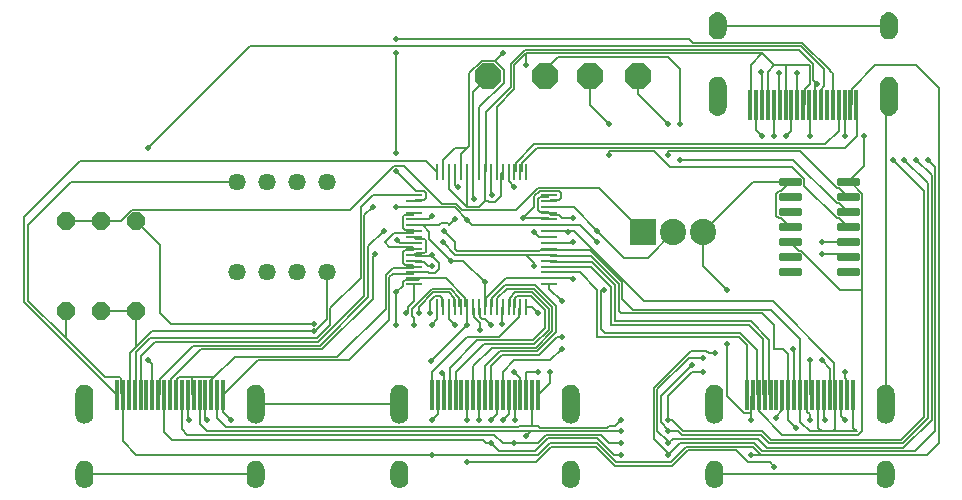
<source format=gbr>
G04 EAGLE Gerber RS-274X export*
G75*
%MOMM*%
%FSLAX34Y34*%
%LPD*%
%INTop Copper*%
%IPPOS*%
%AMOC8*
5,1,8,0,0,1.08239X$1,22.5*%
G01*
%ADD10P,2.336880X8X22.500000*%
%ADD11R,0.300000X2.600000*%
%ADD12C,1.620000*%
%ADD13R,1.473200X0.279400*%
%ADD14R,0.279400X1.473200*%
%ADD15C,1.463037*%
%ADD16C,0.300000*%
%ADD17R,2.232000X2.232000*%
%ADD18C,2.232000*%
%ADD19P,1.583577X8X112.500000*%
%ADD20P,1.583577X8X292.500000*%
%ADD21C,0.502400*%
%ADD22C,0.152400*%

G36*
X508468Y367395D02*
X508468Y367395D01*
X508472Y367399D01*
X508475Y367399D01*
X508477Y367397D01*
X509884Y367824D01*
X509889Y367830D01*
X509893Y367827D01*
X511190Y368521D01*
X511193Y368527D01*
X511198Y368526D01*
X512335Y369459D01*
X512336Y369466D01*
X512341Y369465D01*
X513274Y370602D01*
X513274Y370609D01*
X513279Y370610D01*
X513973Y371907D01*
X513972Y371913D01*
X513975Y371915D01*
X513976Y371916D01*
X514126Y372409D01*
X514141Y372458D01*
X514365Y373197D01*
X514403Y373323D01*
X514401Y373329D01*
X514405Y373332D01*
X514549Y374795D01*
X514547Y374798D01*
X514549Y374800D01*
X514549Y392800D01*
X514547Y392803D01*
X514549Y392805D01*
X514405Y394268D01*
X514400Y394273D01*
X514403Y394277D01*
X513976Y395684D01*
X513970Y395689D01*
X513973Y395693D01*
X513279Y396990D01*
X513273Y396993D01*
X513274Y396998D01*
X512341Y398135D01*
X512334Y398136D01*
X512335Y398141D01*
X511198Y399074D01*
X511191Y399074D01*
X511190Y399079D01*
X509893Y399773D01*
X509886Y399771D01*
X509884Y399776D01*
X508477Y400203D01*
X508471Y400201D01*
X508468Y400205D01*
X507005Y400349D01*
X507001Y400347D01*
X506997Y400347D01*
X506995Y400349D01*
X505532Y400205D01*
X505527Y400200D01*
X505523Y400203D01*
X504116Y399776D01*
X504111Y399770D01*
X504107Y399773D01*
X502810Y399079D01*
X502807Y399073D01*
X502802Y399074D01*
X501665Y398141D01*
X501664Y398134D01*
X501659Y398135D01*
X500726Y396998D01*
X500726Y396991D01*
X500721Y396990D01*
X500027Y395693D01*
X500029Y395686D01*
X500024Y395684D01*
X499933Y395386D01*
X499918Y395337D01*
X499694Y394598D01*
X499597Y394277D01*
X499600Y394271D01*
X499595Y394268D01*
X499451Y392805D01*
X499453Y392802D01*
X499451Y392800D01*
X499451Y374800D01*
X499453Y374797D01*
X499451Y374795D01*
X499595Y373332D01*
X499600Y373327D01*
X499597Y373323D01*
X500024Y371916D01*
X500030Y371911D01*
X500027Y371907D01*
X500721Y370610D01*
X500727Y370607D01*
X500726Y370602D01*
X501659Y369465D01*
X501666Y369464D01*
X501665Y369459D01*
X502802Y368526D01*
X502809Y368526D01*
X502810Y368521D01*
X504107Y367827D01*
X504114Y367829D01*
X504116Y367824D01*
X505523Y367397D01*
X505527Y367399D01*
X505530Y367399D01*
X505532Y367395D01*
X506995Y367251D01*
X507001Y367255D01*
X507005Y367251D01*
X508468Y367395D01*
G37*
G36*
X363468Y367395D02*
X363468Y367395D01*
X363472Y367399D01*
X363475Y367399D01*
X363477Y367397D01*
X364884Y367824D01*
X364889Y367830D01*
X364893Y367827D01*
X366190Y368521D01*
X366193Y368527D01*
X366198Y368526D01*
X367335Y369459D01*
X367336Y369466D01*
X367341Y369465D01*
X368274Y370602D01*
X368274Y370609D01*
X368279Y370610D01*
X368973Y371907D01*
X368972Y371913D01*
X368975Y371915D01*
X368976Y371916D01*
X369126Y372409D01*
X369141Y372458D01*
X369365Y373197D01*
X369403Y373323D01*
X369401Y373329D01*
X369405Y373332D01*
X369549Y374795D01*
X369547Y374798D01*
X369549Y374800D01*
X369549Y392800D01*
X369547Y392803D01*
X369549Y392805D01*
X369405Y394268D01*
X369400Y394273D01*
X369403Y394277D01*
X368976Y395684D01*
X368970Y395689D01*
X368973Y395693D01*
X368279Y396990D01*
X368273Y396993D01*
X368274Y396998D01*
X367341Y398135D01*
X367334Y398136D01*
X367335Y398141D01*
X366198Y399074D01*
X366191Y399074D01*
X366190Y399079D01*
X364893Y399773D01*
X364886Y399771D01*
X364884Y399776D01*
X363477Y400203D01*
X363471Y400201D01*
X363468Y400205D01*
X362005Y400349D01*
X362001Y400347D01*
X361997Y400347D01*
X361995Y400349D01*
X360532Y400205D01*
X360527Y400200D01*
X360523Y400203D01*
X359116Y399776D01*
X359111Y399770D01*
X359107Y399773D01*
X357810Y399079D01*
X357807Y399073D01*
X357802Y399074D01*
X356665Y398141D01*
X356664Y398134D01*
X356659Y398135D01*
X355726Y396998D01*
X355726Y396991D01*
X355721Y396990D01*
X355027Y395693D01*
X355029Y395686D01*
X355024Y395684D01*
X354933Y395386D01*
X354918Y395337D01*
X354694Y394598D01*
X354597Y394277D01*
X354600Y394271D01*
X354595Y394268D01*
X354451Y392805D01*
X354453Y392802D01*
X354451Y392800D01*
X354451Y374800D01*
X354453Y374797D01*
X354451Y374795D01*
X354595Y373332D01*
X354600Y373327D01*
X354597Y373323D01*
X355024Y371916D01*
X355030Y371911D01*
X355027Y371907D01*
X355721Y370610D01*
X355727Y370607D01*
X355726Y370602D01*
X356659Y369465D01*
X356666Y369464D01*
X356665Y369459D01*
X357802Y368526D01*
X357809Y368526D01*
X357810Y368521D01*
X359107Y367827D01*
X359114Y367829D01*
X359116Y367824D01*
X360523Y367397D01*
X360527Y367399D01*
X360530Y367399D01*
X360532Y367395D01*
X361995Y367251D01*
X362001Y367255D01*
X362005Y367251D01*
X363468Y367395D01*
G37*
G36*
X-172632Y106695D02*
X-172632Y106695D01*
X-172628Y106698D01*
X-172625Y106698D01*
X-172625Y106699D01*
X-172623Y106697D01*
X-171216Y107124D01*
X-171211Y107130D01*
X-171207Y107127D01*
X-169910Y107821D01*
X-169907Y107827D01*
X-169902Y107826D01*
X-168765Y108759D01*
X-168764Y108766D01*
X-168759Y108765D01*
X-167826Y109902D01*
X-167826Y109909D01*
X-167821Y109910D01*
X-167127Y111207D01*
X-167128Y111213D01*
X-167125Y111215D01*
X-167124Y111216D01*
X-166900Y111955D01*
X-166885Y112004D01*
X-166697Y112623D01*
X-166700Y112629D01*
X-166695Y112632D01*
X-166551Y114095D01*
X-166553Y114098D01*
X-166551Y114100D01*
X-166551Y132100D01*
X-166553Y132103D01*
X-166551Y132105D01*
X-166695Y133568D01*
X-166700Y133573D01*
X-166697Y133577D01*
X-167124Y134984D01*
X-167130Y134989D01*
X-167127Y134993D01*
X-167821Y136290D01*
X-167827Y136293D01*
X-167826Y136298D01*
X-168759Y137435D01*
X-168766Y137436D01*
X-168765Y137441D01*
X-169902Y138374D01*
X-169909Y138374D01*
X-169910Y138379D01*
X-171207Y139073D01*
X-171214Y139071D01*
X-171216Y139076D01*
X-172623Y139503D01*
X-172629Y139501D01*
X-172632Y139505D01*
X-174095Y139649D01*
X-174099Y139647D01*
X-174103Y139647D01*
X-174105Y139649D01*
X-175568Y139505D01*
X-175573Y139500D01*
X-175577Y139503D01*
X-176984Y139076D01*
X-176989Y139070D01*
X-176993Y139073D01*
X-178290Y138379D01*
X-178293Y138373D01*
X-178298Y138374D01*
X-179435Y137441D01*
X-179436Y137434D01*
X-179441Y137435D01*
X-180374Y136298D01*
X-180374Y136291D01*
X-180379Y136290D01*
X-181073Y134993D01*
X-181071Y134986D01*
X-181076Y134984D01*
X-181107Y134883D01*
X-181331Y134144D01*
X-181346Y134095D01*
X-181503Y133577D01*
X-181501Y133571D01*
X-181505Y133568D01*
X-181649Y132105D01*
X-181647Y132102D01*
X-181649Y132100D01*
X-181649Y114100D01*
X-181647Y114097D01*
X-181649Y114095D01*
X-181505Y112632D01*
X-181500Y112627D01*
X-181503Y112623D01*
X-181076Y111216D01*
X-181070Y111211D01*
X-181073Y111207D01*
X-180379Y109910D01*
X-180373Y109907D01*
X-180374Y109902D01*
X-179441Y108765D01*
X-179434Y108764D01*
X-179435Y108759D01*
X-178298Y107826D01*
X-178291Y107826D01*
X-178290Y107821D01*
X-176993Y107127D01*
X-176986Y107129D01*
X-176984Y107124D01*
X-175577Y106697D01*
X-175574Y106698D01*
X-175570Y106698D01*
X-175568Y106695D01*
X-174105Y106551D01*
X-174099Y106555D01*
X-174095Y106551D01*
X-172632Y106695D01*
G37*
G36*
X-27632Y106695D02*
X-27632Y106695D01*
X-27628Y106698D01*
X-27625Y106698D01*
X-27625Y106699D01*
X-27623Y106697D01*
X-26216Y107124D01*
X-26211Y107130D01*
X-26207Y107127D01*
X-24910Y107821D01*
X-24907Y107827D01*
X-24902Y107826D01*
X-23765Y108759D01*
X-23764Y108766D01*
X-23759Y108765D01*
X-22826Y109902D01*
X-22826Y109909D01*
X-22821Y109910D01*
X-22127Y111207D01*
X-22128Y111213D01*
X-22125Y111215D01*
X-22124Y111216D01*
X-21900Y111955D01*
X-21885Y112004D01*
X-21697Y112623D01*
X-21700Y112629D01*
X-21695Y112632D01*
X-21551Y114095D01*
X-21553Y114098D01*
X-21551Y114100D01*
X-21551Y132100D01*
X-21553Y132103D01*
X-21551Y132105D01*
X-21695Y133568D01*
X-21700Y133573D01*
X-21697Y133577D01*
X-22124Y134984D01*
X-22130Y134989D01*
X-22127Y134993D01*
X-22821Y136290D01*
X-22827Y136293D01*
X-22826Y136298D01*
X-23759Y137435D01*
X-23766Y137436D01*
X-23765Y137441D01*
X-24902Y138374D01*
X-24909Y138374D01*
X-24910Y138379D01*
X-26207Y139073D01*
X-26214Y139071D01*
X-26216Y139076D01*
X-27623Y139503D01*
X-27629Y139501D01*
X-27632Y139505D01*
X-29095Y139649D01*
X-29099Y139647D01*
X-29103Y139647D01*
X-29105Y139649D01*
X-30568Y139505D01*
X-30573Y139500D01*
X-30577Y139503D01*
X-31984Y139076D01*
X-31989Y139070D01*
X-31993Y139073D01*
X-33290Y138379D01*
X-33293Y138373D01*
X-33298Y138374D01*
X-34435Y137441D01*
X-34436Y137434D01*
X-34441Y137435D01*
X-35374Y136298D01*
X-35374Y136291D01*
X-35379Y136290D01*
X-36073Y134993D01*
X-36071Y134986D01*
X-36076Y134984D01*
X-36107Y134883D01*
X-36331Y134144D01*
X-36346Y134095D01*
X-36503Y133577D01*
X-36501Y133571D01*
X-36505Y133568D01*
X-36649Y132105D01*
X-36647Y132102D01*
X-36649Y132100D01*
X-36649Y114100D01*
X-36647Y114097D01*
X-36649Y114095D01*
X-36505Y112632D01*
X-36500Y112627D01*
X-36503Y112623D01*
X-36076Y111216D01*
X-36070Y111211D01*
X-36073Y111207D01*
X-35379Y109910D01*
X-35373Y109907D01*
X-35374Y109902D01*
X-34441Y108765D01*
X-34434Y108764D01*
X-34435Y108759D01*
X-33298Y107826D01*
X-33291Y107826D01*
X-33290Y107821D01*
X-31993Y107127D01*
X-31986Y107129D01*
X-31984Y107124D01*
X-30577Y106697D01*
X-30574Y106698D01*
X-30570Y106698D01*
X-30568Y106695D01*
X-29105Y106551D01*
X-29099Y106555D01*
X-29095Y106551D01*
X-27632Y106695D01*
G37*
G36*
X360768Y106695D02*
X360768Y106695D01*
X360772Y106698D01*
X360775Y106698D01*
X360775Y106699D01*
X360777Y106697D01*
X362184Y107124D01*
X362189Y107130D01*
X362193Y107127D01*
X363490Y107821D01*
X363493Y107827D01*
X363498Y107826D01*
X364635Y108759D01*
X364636Y108766D01*
X364641Y108765D01*
X365574Y109902D01*
X365574Y109909D01*
X365579Y109910D01*
X366273Y111207D01*
X366272Y111213D01*
X366275Y111215D01*
X366276Y111216D01*
X366500Y111955D01*
X366501Y111955D01*
X366515Y112004D01*
X366703Y112623D01*
X366701Y112629D01*
X366705Y112632D01*
X366849Y114095D01*
X366847Y114098D01*
X366849Y114100D01*
X366849Y132100D01*
X366847Y132103D01*
X366849Y132105D01*
X366705Y133568D01*
X366700Y133573D01*
X366703Y133577D01*
X366276Y134984D01*
X366270Y134989D01*
X366273Y134993D01*
X365579Y136290D01*
X365573Y136293D01*
X365574Y136298D01*
X364641Y137435D01*
X364634Y137436D01*
X364635Y137441D01*
X363498Y138374D01*
X363491Y138374D01*
X363490Y138379D01*
X362193Y139073D01*
X362186Y139071D01*
X362184Y139076D01*
X360777Y139503D01*
X360771Y139501D01*
X360768Y139505D01*
X359305Y139649D01*
X359301Y139647D01*
X359297Y139647D01*
X359295Y139649D01*
X357832Y139505D01*
X357827Y139500D01*
X357823Y139503D01*
X356416Y139076D01*
X356411Y139070D01*
X356407Y139073D01*
X355110Y138379D01*
X355107Y138373D01*
X355102Y138374D01*
X353965Y137441D01*
X353964Y137434D01*
X353959Y137435D01*
X353026Y136298D01*
X353026Y136291D01*
X353021Y136290D01*
X352327Y134993D01*
X352329Y134986D01*
X352324Y134984D01*
X352293Y134883D01*
X352069Y134144D01*
X352054Y134095D01*
X351897Y133577D01*
X351900Y133571D01*
X351895Y133568D01*
X351751Y132105D01*
X351753Y132102D01*
X351751Y132100D01*
X351751Y114100D01*
X351753Y114097D01*
X351751Y114095D01*
X351895Y112632D01*
X351900Y112627D01*
X351897Y112623D01*
X352324Y111216D01*
X352330Y111211D01*
X352327Y111207D01*
X353021Y109910D01*
X353027Y109907D01*
X353026Y109902D01*
X353959Y108765D01*
X353966Y108764D01*
X353965Y108759D01*
X355102Y107826D01*
X355109Y107826D01*
X355110Y107821D01*
X356407Y107127D01*
X356414Y107129D01*
X356416Y107124D01*
X357823Y106697D01*
X357827Y106698D01*
X357830Y106698D01*
X357832Y106695D01*
X359295Y106551D01*
X359301Y106555D01*
X359305Y106551D01*
X360768Y106695D01*
G37*
G36*
X239068Y106695D02*
X239068Y106695D01*
X239072Y106698D01*
X239075Y106698D01*
X239075Y106699D01*
X239077Y106697D01*
X240484Y107124D01*
X240489Y107130D01*
X240493Y107127D01*
X241790Y107821D01*
X241793Y107827D01*
X241798Y107826D01*
X242935Y108759D01*
X242936Y108766D01*
X242941Y108765D01*
X243874Y109902D01*
X243874Y109909D01*
X243879Y109910D01*
X244573Y111207D01*
X244572Y111213D01*
X244575Y111215D01*
X244576Y111216D01*
X244800Y111955D01*
X244801Y111955D01*
X244815Y112004D01*
X245003Y112623D01*
X245001Y112629D01*
X245005Y112632D01*
X245149Y114095D01*
X245147Y114098D01*
X245149Y114100D01*
X245149Y132100D01*
X245147Y132103D01*
X245149Y132105D01*
X245005Y133568D01*
X245000Y133573D01*
X245003Y133577D01*
X244576Y134984D01*
X244570Y134989D01*
X244573Y134993D01*
X243879Y136290D01*
X243873Y136293D01*
X243874Y136298D01*
X242941Y137435D01*
X242934Y137436D01*
X242935Y137441D01*
X241798Y138374D01*
X241791Y138374D01*
X241790Y138379D01*
X240493Y139073D01*
X240486Y139071D01*
X240484Y139076D01*
X239077Y139503D01*
X239071Y139501D01*
X239068Y139505D01*
X237605Y139649D01*
X237601Y139647D01*
X237597Y139647D01*
X237595Y139649D01*
X236132Y139505D01*
X236127Y139500D01*
X236123Y139503D01*
X234716Y139076D01*
X234711Y139070D01*
X234707Y139073D01*
X233410Y138379D01*
X233407Y138373D01*
X233402Y138374D01*
X232265Y137441D01*
X232264Y137434D01*
X232259Y137435D01*
X231326Y136298D01*
X231326Y136291D01*
X231321Y136290D01*
X230627Y134993D01*
X230629Y134986D01*
X230624Y134984D01*
X230593Y134883D01*
X230369Y134144D01*
X230354Y134095D01*
X230197Y133577D01*
X230200Y133571D01*
X230195Y133568D01*
X230051Y132105D01*
X230053Y132102D01*
X230051Y132100D01*
X230051Y114100D01*
X230053Y114097D01*
X230051Y114095D01*
X230195Y112632D01*
X230200Y112627D01*
X230197Y112623D01*
X230624Y111216D01*
X230630Y111211D01*
X230627Y111207D01*
X231321Y109910D01*
X231327Y109907D01*
X231326Y109902D01*
X232259Y108765D01*
X232266Y108764D01*
X232265Y108759D01*
X233402Y107826D01*
X233409Y107826D01*
X233410Y107821D01*
X234707Y107127D01*
X234714Y107129D01*
X234716Y107124D01*
X236123Y106697D01*
X236127Y106698D01*
X236130Y106698D01*
X236132Y106695D01*
X237595Y106551D01*
X237601Y106555D01*
X237605Y106551D01*
X239068Y106695D01*
G37*
G36*
X94068Y106695D02*
X94068Y106695D01*
X94072Y106698D01*
X94075Y106698D01*
X94075Y106699D01*
X94077Y106697D01*
X95484Y107124D01*
X95489Y107130D01*
X95493Y107127D01*
X96790Y107821D01*
X96793Y107827D01*
X96798Y107826D01*
X97935Y108759D01*
X97936Y108766D01*
X97941Y108765D01*
X98874Y109902D01*
X98874Y109909D01*
X98879Y109910D01*
X99573Y111207D01*
X99572Y111213D01*
X99575Y111215D01*
X99576Y111216D01*
X99800Y111955D01*
X99801Y111955D01*
X99815Y112004D01*
X100003Y112623D01*
X100001Y112629D01*
X100005Y112632D01*
X100149Y114095D01*
X100147Y114098D01*
X100149Y114100D01*
X100149Y132100D01*
X100147Y132103D01*
X100149Y132105D01*
X100005Y133568D01*
X100000Y133573D01*
X100003Y133577D01*
X99576Y134984D01*
X99570Y134989D01*
X99573Y134993D01*
X98879Y136290D01*
X98873Y136293D01*
X98874Y136298D01*
X97941Y137435D01*
X97934Y137436D01*
X97935Y137441D01*
X96798Y138374D01*
X96791Y138374D01*
X96790Y138379D01*
X95493Y139073D01*
X95486Y139071D01*
X95484Y139076D01*
X94077Y139503D01*
X94071Y139501D01*
X94068Y139505D01*
X92605Y139649D01*
X92601Y139647D01*
X92597Y139647D01*
X92595Y139649D01*
X91132Y139505D01*
X91127Y139500D01*
X91123Y139503D01*
X89716Y139076D01*
X89711Y139070D01*
X89707Y139073D01*
X88410Y138379D01*
X88407Y138373D01*
X88402Y138374D01*
X87265Y137441D01*
X87264Y137434D01*
X87259Y137435D01*
X86326Y136298D01*
X86326Y136291D01*
X86321Y136290D01*
X85627Y134993D01*
X85629Y134986D01*
X85624Y134984D01*
X85593Y134883D01*
X85369Y134144D01*
X85354Y134095D01*
X85197Y133577D01*
X85200Y133571D01*
X85195Y133568D01*
X85051Y132105D01*
X85053Y132102D01*
X85051Y132100D01*
X85051Y114100D01*
X85053Y114097D01*
X85051Y114095D01*
X85195Y112632D01*
X85200Y112627D01*
X85197Y112623D01*
X85624Y111216D01*
X85630Y111211D01*
X85627Y111207D01*
X86321Y109910D01*
X86327Y109907D01*
X86326Y109902D01*
X87259Y108765D01*
X87266Y108764D01*
X87265Y108759D01*
X88402Y107826D01*
X88409Y107826D01*
X88410Y107821D01*
X89707Y107127D01*
X89714Y107129D01*
X89716Y107124D01*
X91123Y106697D01*
X91127Y106698D01*
X91130Y106698D01*
X91132Y106695D01*
X92595Y106551D01*
X92601Y106555D01*
X92605Y106551D01*
X94068Y106695D01*
G37*
G36*
X505768Y106695D02*
X505768Y106695D01*
X505772Y106698D01*
X505775Y106698D01*
X505775Y106699D01*
X505777Y106697D01*
X507184Y107124D01*
X507189Y107130D01*
X507193Y107127D01*
X508490Y107821D01*
X508493Y107827D01*
X508498Y107826D01*
X509635Y108759D01*
X509636Y108766D01*
X509641Y108765D01*
X510574Y109902D01*
X510574Y109909D01*
X510579Y109910D01*
X511273Y111207D01*
X511272Y111213D01*
X511275Y111215D01*
X511276Y111216D01*
X511500Y111955D01*
X511501Y111955D01*
X511515Y112004D01*
X511703Y112623D01*
X511701Y112629D01*
X511705Y112632D01*
X511849Y114095D01*
X511847Y114098D01*
X511849Y114100D01*
X511849Y132100D01*
X511847Y132103D01*
X511849Y132105D01*
X511705Y133568D01*
X511700Y133573D01*
X511703Y133577D01*
X511276Y134984D01*
X511270Y134989D01*
X511273Y134993D01*
X510579Y136290D01*
X510573Y136293D01*
X510574Y136298D01*
X509641Y137435D01*
X509634Y137436D01*
X509635Y137441D01*
X508498Y138374D01*
X508491Y138374D01*
X508490Y138379D01*
X507193Y139073D01*
X507186Y139071D01*
X507184Y139076D01*
X505777Y139503D01*
X505771Y139501D01*
X505768Y139505D01*
X504305Y139649D01*
X504301Y139647D01*
X504297Y139647D01*
X504295Y139649D01*
X502832Y139505D01*
X502827Y139500D01*
X502823Y139503D01*
X501416Y139076D01*
X501411Y139070D01*
X501407Y139073D01*
X500110Y138379D01*
X500107Y138373D01*
X500102Y138374D01*
X498965Y137441D01*
X498964Y137434D01*
X498959Y137435D01*
X498026Y136298D01*
X498026Y136291D01*
X498021Y136290D01*
X497327Y134993D01*
X497329Y134986D01*
X497324Y134984D01*
X497293Y134883D01*
X497069Y134144D01*
X497054Y134095D01*
X496897Y133577D01*
X496900Y133571D01*
X496895Y133568D01*
X496751Y132105D01*
X496753Y132102D01*
X496751Y132100D01*
X496751Y114100D01*
X496753Y114097D01*
X496751Y114095D01*
X496895Y112632D01*
X496900Y112627D01*
X496897Y112623D01*
X497324Y111216D01*
X497330Y111211D01*
X497327Y111207D01*
X498021Y109910D01*
X498027Y109907D01*
X498026Y109902D01*
X498959Y108765D01*
X498966Y108764D01*
X498965Y108759D01*
X500102Y107826D01*
X500109Y107826D01*
X500110Y107821D01*
X501407Y107127D01*
X501414Y107129D01*
X501416Y107124D01*
X502823Y106697D01*
X502827Y106698D01*
X502830Y106698D01*
X502832Y106695D01*
X504295Y106551D01*
X504301Y106555D01*
X504305Y106551D01*
X505768Y106695D01*
G37*
G36*
X508468Y431995D02*
X508468Y431995D01*
X508472Y431999D01*
X508475Y431999D01*
X508477Y431997D01*
X509884Y432424D01*
X509889Y432430D01*
X509893Y432427D01*
X511190Y433121D01*
X511193Y433127D01*
X511198Y433126D01*
X512335Y434059D01*
X512336Y434066D01*
X512341Y434065D01*
X513274Y435202D01*
X513274Y435209D01*
X513279Y435210D01*
X513973Y436507D01*
X513972Y436513D01*
X513975Y436515D01*
X513976Y436516D01*
X514126Y437009D01*
X514141Y437058D01*
X514365Y437797D01*
X514403Y437923D01*
X514401Y437929D01*
X514405Y437932D01*
X514549Y439395D01*
X514547Y439398D01*
X514549Y439400D01*
X514549Y447400D01*
X514547Y447403D01*
X514549Y447405D01*
X514405Y448868D01*
X514400Y448873D01*
X514403Y448877D01*
X513976Y450284D01*
X513970Y450289D01*
X513973Y450293D01*
X513279Y451590D01*
X513273Y451593D01*
X513274Y451598D01*
X512341Y452735D01*
X512334Y452736D01*
X512335Y452741D01*
X511198Y453674D01*
X511191Y453674D01*
X511190Y453679D01*
X509893Y454373D01*
X509886Y454371D01*
X509884Y454376D01*
X508477Y454803D01*
X508473Y454801D01*
X508470Y454801D01*
X508468Y454805D01*
X507005Y454949D01*
X507003Y454948D01*
X507003Y454949D01*
X506997Y454949D01*
X506996Y454948D01*
X506995Y454949D01*
X505532Y454805D01*
X505528Y454801D01*
X505525Y454801D01*
X505523Y454803D01*
X504116Y454376D01*
X504111Y454370D01*
X504107Y454373D01*
X502810Y453679D01*
X502807Y453673D01*
X502802Y453674D01*
X501665Y452741D01*
X501664Y452734D01*
X501659Y452735D01*
X500726Y451598D01*
X500726Y451591D01*
X500721Y451590D01*
X500027Y450293D01*
X500028Y450287D01*
X500026Y450285D01*
X500024Y450284D01*
X499964Y450087D01*
X499740Y449348D01*
X499725Y449299D01*
X499597Y448877D01*
X499600Y448871D01*
X499595Y448868D01*
X499451Y447405D01*
X499453Y447402D01*
X499451Y447400D01*
X499451Y439400D01*
X499453Y439397D01*
X499451Y439395D01*
X499595Y437932D01*
X499600Y437927D01*
X499597Y437923D01*
X500024Y436516D01*
X500030Y436511D01*
X500027Y436507D01*
X500721Y435210D01*
X500727Y435207D01*
X500726Y435202D01*
X501659Y434065D01*
X501666Y434064D01*
X501665Y434059D01*
X502802Y433126D01*
X502809Y433126D01*
X502810Y433121D01*
X504107Y432427D01*
X504114Y432429D01*
X504116Y432424D01*
X505523Y431997D01*
X505527Y431999D01*
X505530Y431999D01*
X505532Y431995D01*
X506995Y431851D01*
X507001Y431855D01*
X507005Y431851D01*
X508468Y431995D01*
G37*
G36*
X363468Y431995D02*
X363468Y431995D01*
X363472Y431999D01*
X363475Y431999D01*
X363477Y431997D01*
X364884Y432424D01*
X364889Y432430D01*
X364893Y432427D01*
X366190Y433121D01*
X366193Y433127D01*
X366198Y433126D01*
X367335Y434059D01*
X367336Y434066D01*
X367341Y434065D01*
X368274Y435202D01*
X368274Y435209D01*
X368279Y435210D01*
X368973Y436507D01*
X368972Y436513D01*
X368975Y436515D01*
X368976Y436516D01*
X369126Y437009D01*
X369141Y437058D01*
X369365Y437797D01*
X369403Y437923D01*
X369401Y437929D01*
X369405Y437932D01*
X369549Y439395D01*
X369547Y439398D01*
X369549Y439400D01*
X369549Y447400D01*
X369547Y447403D01*
X369549Y447405D01*
X369405Y448868D01*
X369400Y448873D01*
X369403Y448877D01*
X368976Y450284D01*
X368970Y450289D01*
X368973Y450293D01*
X368279Y451590D01*
X368273Y451593D01*
X368274Y451598D01*
X367341Y452735D01*
X367334Y452736D01*
X367335Y452741D01*
X366198Y453674D01*
X366191Y453674D01*
X366190Y453679D01*
X364893Y454373D01*
X364886Y454371D01*
X364884Y454376D01*
X363477Y454803D01*
X363473Y454801D01*
X363470Y454801D01*
X363468Y454805D01*
X362005Y454949D01*
X362003Y454948D01*
X362003Y454949D01*
X361997Y454949D01*
X361996Y454948D01*
X361995Y454949D01*
X360532Y454805D01*
X360528Y454801D01*
X360525Y454801D01*
X360523Y454803D01*
X359116Y454376D01*
X359111Y454370D01*
X359107Y454373D01*
X357810Y453679D01*
X357807Y453673D01*
X357802Y453674D01*
X356665Y452741D01*
X356664Y452734D01*
X356659Y452735D01*
X355726Y451598D01*
X355726Y451591D01*
X355721Y451590D01*
X355027Y450293D01*
X355028Y450287D01*
X355026Y450285D01*
X355024Y450284D01*
X354964Y450087D01*
X354740Y449348D01*
X354725Y449299D01*
X354597Y448877D01*
X354600Y448871D01*
X354595Y448868D01*
X354451Y447405D01*
X354453Y447402D01*
X354451Y447400D01*
X354451Y439400D01*
X354453Y439397D01*
X354451Y439395D01*
X354595Y437932D01*
X354600Y437927D01*
X354597Y437923D01*
X355024Y436516D01*
X355030Y436511D01*
X355027Y436507D01*
X355721Y435210D01*
X355727Y435207D01*
X355726Y435202D01*
X356659Y434065D01*
X356666Y434064D01*
X356665Y434059D01*
X357802Y433126D01*
X357809Y433126D01*
X357810Y433121D01*
X359107Y432427D01*
X359114Y432429D01*
X359116Y432424D01*
X360523Y431997D01*
X360527Y431999D01*
X360530Y431999D01*
X360532Y431995D01*
X361995Y431851D01*
X362001Y431855D01*
X362005Y431851D01*
X363468Y431995D01*
G37*
G36*
X-27632Y52095D02*
X-27632Y52095D01*
X-27628Y52099D01*
X-27625Y52099D01*
X-27623Y52097D01*
X-26216Y52524D01*
X-26211Y52530D01*
X-26207Y52527D01*
X-24910Y53221D01*
X-24907Y53227D01*
X-24902Y53226D01*
X-23765Y54159D01*
X-23764Y54166D01*
X-23759Y54165D01*
X-22826Y55302D01*
X-22826Y55309D01*
X-22821Y55310D01*
X-22127Y56607D01*
X-22128Y56613D01*
X-22125Y56615D01*
X-22124Y56616D01*
X-21974Y57109D01*
X-21959Y57158D01*
X-21735Y57897D01*
X-21697Y58023D01*
X-21700Y58029D01*
X-21695Y58032D01*
X-21551Y59495D01*
X-21553Y59498D01*
X-21551Y59500D01*
X-21551Y67500D01*
X-21553Y67503D01*
X-21551Y67505D01*
X-21695Y68968D01*
X-21700Y68973D01*
X-21697Y68977D01*
X-22124Y70384D01*
X-22130Y70389D01*
X-22127Y70393D01*
X-22821Y71690D01*
X-22827Y71693D01*
X-22826Y71698D01*
X-23759Y72835D01*
X-23766Y72836D01*
X-23765Y72841D01*
X-24902Y73774D01*
X-24909Y73774D01*
X-24910Y73779D01*
X-26207Y74473D01*
X-26214Y74471D01*
X-26216Y74476D01*
X-27623Y74903D01*
X-27627Y74901D01*
X-27630Y74901D01*
X-27632Y74905D01*
X-29095Y75049D01*
X-29097Y75048D01*
X-29097Y75049D01*
X-29103Y75049D01*
X-29104Y75048D01*
X-29105Y75049D01*
X-30568Y74905D01*
X-30572Y74901D01*
X-30575Y74901D01*
X-30577Y74903D01*
X-31984Y74476D01*
X-31989Y74470D01*
X-31993Y74473D01*
X-33290Y73779D01*
X-33293Y73773D01*
X-33298Y73774D01*
X-34435Y72841D01*
X-34436Y72834D01*
X-34441Y72835D01*
X-35374Y71698D01*
X-35374Y71691D01*
X-35379Y71690D01*
X-36073Y70393D01*
X-36072Y70387D01*
X-36074Y70385D01*
X-36076Y70384D01*
X-36136Y70187D01*
X-36360Y69448D01*
X-36375Y69399D01*
X-36503Y68977D01*
X-36501Y68971D01*
X-36505Y68968D01*
X-36649Y67505D01*
X-36647Y67502D01*
X-36649Y67500D01*
X-36649Y59500D01*
X-36647Y59497D01*
X-36649Y59495D01*
X-36505Y58032D01*
X-36500Y58027D01*
X-36503Y58023D01*
X-36076Y56616D01*
X-36070Y56611D01*
X-36073Y56607D01*
X-35379Y55310D01*
X-35373Y55307D01*
X-35374Y55302D01*
X-34441Y54165D01*
X-34434Y54164D01*
X-34435Y54159D01*
X-33298Y53226D01*
X-33291Y53226D01*
X-33290Y53221D01*
X-31993Y52527D01*
X-31986Y52529D01*
X-31984Y52524D01*
X-30577Y52097D01*
X-30573Y52099D01*
X-30570Y52099D01*
X-30568Y52095D01*
X-29105Y51951D01*
X-29099Y51955D01*
X-29095Y51951D01*
X-27632Y52095D01*
G37*
G36*
X239068Y52095D02*
X239068Y52095D01*
X239072Y52099D01*
X239075Y52099D01*
X239077Y52097D01*
X240484Y52524D01*
X240489Y52530D01*
X240493Y52527D01*
X241790Y53221D01*
X241793Y53227D01*
X241798Y53226D01*
X242935Y54159D01*
X242936Y54166D01*
X242941Y54165D01*
X243874Y55302D01*
X243874Y55309D01*
X243879Y55310D01*
X244573Y56607D01*
X244572Y56613D01*
X244575Y56615D01*
X244576Y56616D01*
X244726Y57109D01*
X244741Y57158D01*
X244965Y57897D01*
X245003Y58023D01*
X245001Y58029D01*
X245005Y58032D01*
X245149Y59495D01*
X245147Y59498D01*
X245149Y59500D01*
X245149Y67500D01*
X245147Y67503D01*
X245149Y67505D01*
X245005Y68968D01*
X245000Y68973D01*
X245003Y68977D01*
X244576Y70384D01*
X244570Y70389D01*
X244573Y70393D01*
X243879Y71690D01*
X243873Y71693D01*
X243874Y71698D01*
X242941Y72835D01*
X242934Y72836D01*
X242935Y72841D01*
X241798Y73774D01*
X241791Y73774D01*
X241790Y73779D01*
X240493Y74473D01*
X240486Y74471D01*
X240484Y74476D01*
X239077Y74903D01*
X239073Y74901D01*
X239070Y74901D01*
X239068Y74905D01*
X237605Y75049D01*
X237603Y75048D01*
X237603Y75049D01*
X237597Y75049D01*
X237596Y75048D01*
X237595Y75049D01*
X236132Y74905D01*
X236128Y74901D01*
X236125Y74901D01*
X236123Y74903D01*
X234716Y74476D01*
X234711Y74470D01*
X234707Y74473D01*
X233410Y73779D01*
X233407Y73773D01*
X233402Y73774D01*
X232265Y72841D01*
X232264Y72834D01*
X232259Y72835D01*
X231326Y71698D01*
X231326Y71691D01*
X231321Y71690D01*
X230627Y70393D01*
X230628Y70387D01*
X230626Y70385D01*
X230624Y70384D01*
X230564Y70187D01*
X230340Y69448D01*
X230325Y69399D01*
X230197Y68977D01*
X230200Y68971D01*
X230195Y68968D01*
X230051Y67505D01*
X230053Y67502D01*
X230051Y67500D01*
X230051Y59500D01*
X230053Y59497D01*
X230051Y59495D01*
X230195Y58032D01*
X230200Y58027D01*
X230197Y58023D01*
X230624Y56616D01*
X230630Y56611D01*
X230627Y56607D01*
X231321Y55310D01*
X231327Y55307D01*
X231326Y55302D01*
X232259Y54165D01*
X232266Y54164D01*
X232265Y54159D01*
X233402Y53226D01*
X233409Y53226D01*
X233410Y53221D01*
X234707Y52527D01*
X234714Y52529D01*
X234716Y52524D01*
X236123Y52097D01*
X236127Y52099D01*
X236130Y52099D01*
X236132Y52095D01*
X237595Y51951D01*
X237601Y51955D01*
X237605Y51951D01*
X239068Y52095D01*
G37*
G36*
X360768Y52095D02*
X360768Y52095D01*
X360772Y52099D01*
X360775Y52099D01*
X360777Y52097D01*
X362184Y52524D01*
X362189Y52530D01*
X362193Y52527D01*
X363490Y53221D01*
X363493Y53227D01*
X363498Y53226D01*
X364635Y54159D01*
X364636Y54166D01*
X364641Y54165D01*
X365574Y55302D01*
X365574Y55309D01*
X365579Y55310D01*
X366273Y56607D01*
X366272Y56613D01*
X366275Y56615D01*
X366276Y56616D01*
X366426Y57109D01*
X366441Y57158D01*
X366665Y57897D01*
X366703Y58023D01*
X366701Y58029D01*
X366705Y58032D01*
X366849Y59495D01*
X366847Y59498D01*
X366849Y59500D01*
X366849Y67500D01*
X366847Y67503D01*
X366849Y67505D01*
X366705Y68968D01*
X366700Y68973D01*
X366703Y68977D01*
X366276Y70384D01*
X366270Y70389D01*
X366273Y70393D01*
X365579Y71690D01*
X365573Y71693D01*
X365574Y71698D01*
X364641Y72835D01*
X364634Y72836D01*
X364635Y72841D01*
X363498Y73774D01*
X363491Y73774D01*
X363490Y73779D01*
X362193Y74473D01*
X362186Y74471D01*
X362184Y74476D01*
X360777Y74903D01*
X360773Y74901D01*
X360770Y74901D01*
X360768Y74905D01*
X359305Y75049D01*
X359303Y75048D01*
X359303Y75049D01*
X359297Y75049D01*
X359296Y75048D01*
X359295Y75049D01*
X357832Y74905D01*
X357828Y74901D01*
X357825Y74901D01*
X357823Y74903D01*
X356416Y74476D01*
X356411Y74470D01*
X356407Y74473D01*
X355110Y73779D01*
X355107Y73773D01*
X355102Y73774D01*
X353965Y72841D01*
X353964Y72834D01*
X353959Y72835D01*
X353026Y71698D01*
X353026Y71691D01*
X353021Y71690D01*
X352327Y70393D01*
X352328Y70387D01*
X352326Y70385D01*
X352324Y70384D01*
X352264Y70187D01*
X352040Y69448D01*
X352025Y69399D01*
X351897Y68977D01*
X351900Y68971D01*
X351895Y68968D01*
X351751Y67505D01*
X351753Y67502D01*
X351751Y67500D01*
X351751Y59500D01*
X351753Y59497D01*
X351751Y59495D01*
X351895Y58032D01*
X351900Y58027D01*
X351897Y58023D01*
X352324Y56616D01*
X352330Y56611D01*
X352327Y56607D01*
X353021Y55310D01*
X353027Y55307D01*
X353026Y55302D01*
X353959Y54165D01*
X353966Y54164D01*
X353965Y54159D01*
X355102Y53226D01*
X355109Y53226D01*
X355110Y53221D01*
X356407Y52527D01*
X356414Y52529D01*
X356416Y52524D01*
X357823Y52097D01*
X357827Y52099D01*
X357830Y52099D01*
X357832Y52095D01*
X359295Y51951D01*
X359301Y51955D01*
X359305Y51951D01*
X360768Y52095D01*
G37*
G36*
X-172632Y52095D02*
X-172632Y52095D01*
X-172628Y52099D01*
X-172625Y52099D01*
X-172623Y52097D01*
X-171216Y52524D01*
X-171211Y52530D01*
X-171207Y52527D01*
X-169910Y53221D01*
X-169907Y53227D01*
X-169902Y53226D01*
X-168765Y54159D01*
X-168764Y54166D01*
X-168759Y54165D01*
X-167826Y55302D01*
X-167826Y55309D01*
X-167821Y55310D01*
X-167127Y56607D01*
X-167128Y56613D01*
X-167125Y56615D01*
X-167124Y56616D01*
X-166974Y57109D01*
X-166959Y57158D01*
X-166735Y57897D01*
X-166697Y58023D01*
X-166700Y58029D01*
X-166695Y58032D01*
X-166551Y59495D01*
X-166553Y59498D01*
X-166551Y59500D01*
X-166551Y67500D01*
X-166553Y67503D01*
X-166551Y67505D01*
X-166695Y68968D01*
X-166700Y68973D01*
X-166697Y68977D01*
X-167124Y70384D01*
X-167130Y70389D01*
X-167127Y70393D01*
X-167821Y71690D01*
X-167827Y71693D01*
X-167826Y71698D01*
X-168759Y72835D01*
X-168766Y72836D01*
X-168765Y72841D01*
X-169902Y73774D01*
X-169909Y73774D01*
X-169910Y73779D01*
X-171207Y74473D01*
X-171214Y74471D01*
X-171216Y74476D01*
X-172623Y74903D01*
X-172627Y74901D01*
X-172630Y74901D01*
X-172632Y74905D01*
X-174095Y75049D01*
X-174097Y75048D01*
X-174097Y75049D01*
X-174103Y75049D01*
X-174104Y75048D01*
X-174105Y75049D01*
X-175568Y74905D01*
X-175572Y74901D01*
X-175575Y74901D01*
X-175577Y74903D01*
X-176984Y74476D01*
X-176989Y74470D01*
X-176993Y74473D01*
X-178290Y73779D01*
X-178293Y73773D01*
X-178298Y73774D01*
X-179435Y72841D01*
X-179436Y72834D01*
X-179441Y72835D01*
X-180374Y71698D01*
X-180374Y71691D01*
X-180379Y71690D01*
X-181073Y70393D01*
X-181072Y70387D01*
X-181074Y70385D01*
X-181076Y70384D01*
X-181136Y70187D01*
X-181360Y69448D01*
X-181375Y69399D01*
X-181503Y68977D01*
X-181501Y68971D01*
X-181505Y68968D01*
X-181649Y67505D01*
X-181647Y67502D01*
X-181649Y67500D01*
X-181649Y59500D01*
X-181647Y59497D01*
X-181649Y59495D01*
X-181505Y58032D01*
X-181500Y58027D01*
X-181503Y58023D01*
X-181076Y56616D01*
X-181070Y56611D01*
X-181073Y56607D01*
X-180379Y55310D01*
X-180373Y55307D01*
X-180374Y55302D01*
X-179441Y54165D01*
X-179434Y54164D01*
X-179435Y54159D01*
X-178298Y53226D01*
X-178291Y53226D01*
X-178290Y53221D01*
X-176993Y52527D01*
X-176986Y52529D01*
X-176984Y52524D01*
X-175577Y52097D01*
X-175573Y52099D01*
X-175570Y52099D01*
X-175568Y52095D01*
X-174105Y51951D01*
X-174099Y51955D01*
X-174095Y51951D01*
X-172632Y52095D01*
G37*
G36*
X94068Y52095D02*
X94068Y52095D01*
X94072Y52099D01*
X94075Y52099D01*
X94077Y52097D01*
X95484Y52524D01*
X95489Y52530D01*
X95493Y52527D01*
X96790Y53221D01*
X96793Y53227D01*
X96798Y53226D01*
X97935Y54159D01*
X97936Y54166D01*
X97941Y54165D01*
X98874Y55302D01*
X98874Y55309D01*
X98879Y55310D01*
X99573Y56607D01*
X99572Y56613D01*
X99575Y56615D01*
X99576Y56616D01*
X99726Y57109D01*
X99741Y57158D01*
X99965Y57897D01*
X100003Y58023D01*
X100001Y58029D01*
X100005Y58032D01*
X100149Y59495D01*
X100147Y59498D01*
X100149Y59500D01*
X100149Y67500D01*
X100147Y67503D01*
X100149Y67505D01*
X100005Y68968D01*
X100000Y68973D01*
X100003Y68977D01*
X99576Y70384D01*
X99570Y70389D01*
X99573Y70393D01*
X98879Y71690D01*
X98873Y71693D01*
X98874Y71698D01*
X97941Y72835D01*
X97934Y72836D01*
X97935Y72841D01*
X96798Y73774D01*
X96791Y73774D01*
X96790Y73779D01*
X95493Y74473D01*
X95486Y74471D01*
X95484Y74476D01*
X94077Y74903D01*
X94073Y74901D01*
X94070Y74901D01*
X94068Y74905D01*
X92605Y75049D01*
X92603Y75048D01*
X92603Y75049D01*
X92597Y75049D01*
X92596Y75048D01*
X92595Y75049D01*
X91132Y74905D01*
X91128Y74901D01*
X91125Y74901D01*
X91123Y74903D01*
X89716Y74476D01*
X89711Y74470D01*
X89707Y74473D01*
X88410Y73779D01*
X88407Y73773D01*
X88402Y73774D01*
X87265Y72841D01*
X87264Y72834D01*
X87259Y72835D01*
X86326Y71698D01*
X86326Y71691D01*
X86321Y71690D01*
X85627Y70393D01*
X85628Y70387D01*
X85626Y70385D01*
X85624Y70384D01*
X85564Y70187D01*
X85340Y69448D01*
X85325Y69399D01*
X85197Y68977D01*
X85200Y68971D01*
X85195Y68968D01*
X85051Y67505D01*
X85053Y67502D01*
X85051Y67500D01*
X85051Y59500D01*
X85053Y59497D01*
X85051Y59495D01*
X85195Y58032D01*
X85200Y58027D01*
X85197Y58023D01*
X85624Y56616D01*
X85630Y56611D01*
X85627Y56607D01*
X86321Y55310D01*
X86327Y55307D01*
X86326Y55302D01*
X87259Y54165D01*
X87266Y54164D01*
X87265Y54159D01*
X88402Y53226D01*
X88409Y53226D01*
X88410Y53221D01*
X89707Y52527D01*
X89714Y52529D01*
X89716Y52524D01*
X91123Y52097D01*
X91127Y52099D01*
X91130Y52099D01*
X91132Y52095D01*
X92595Y51951D01*
X92601Y51955D01*
X92605Y51951D01*
X94068Y52095D01*
G37*
G36*
X505768Y52095D02*
X505768Y52095D01*
X505772Y52099D01*
X505775Y52099D01*
X505777Y52097D01*
X507184Y52524D01*
X507189Y52530D01*
X507193Y52527D01*
X508490Y53221D01*
X508493Y53227D01*
X508498Y53226D01*
X509635Y54159D01*
X509636Y54166D01*
X509641Y54165D01*
X510574Y55302D01*
X510574Y55309D01*
X510579Y55310D01*
X511273Y56607D01*
X511272Y56613D01*
X511275Y56615D01*
X511276Y56616D01*
X511426Y57109D01*
X511441Y57158D01*
X511665Y57897D01*
X511703Y58023D01*
X511701Y58029D01*
X511705Y58032D01*
X511849Y59495D01*
X511847Y59498D01*
X511849Y59500D01*
X511849Y67500D01*
X511847Y67503D01*
X511849Y67505D01*
X511705Y68968D01*
X511700Y68973D01*
X511703Y68977D01*
X511276Y70384D01*
X511270Y70389D01*
X511273Y70393D01*
X510579Y71690D01*
X510573Y71693D01*
X510574Y71698D01*
X509641Y72835D01*
X509634Y72836D01*
X509635Y72841D01*
X508498Y73774D01*
X508491Y73774D01*
X508490Y73779D01*
X507193Y74473D01*
X507186Y74471D01*
X507184Y74476D01*
X505777Y74903D01*
X505773Y74901D01*
X505770Y74901D01*
X505768Y74905D01*
X504305Y75049D01*
X504303Y75048D01*
X504303Y75049D01*
X504297Y75049D01*
X504296Y75048D01*
X504295Y75049D01*
X502832Y74905D01*
X502828Y74901D01*
X502825Y74901D01*
X502823Y74903D01*
X501416Y74476D01*
X501411Y74470D01*
X501407Y74473D01*
X500110Y73779D01*
X500107Y73773D01*
X500102Y73774D01*
X498965Y72841D01*
X498964Y72834D01*
X498959Y72835D01*
X498026Y71698D01*
X498026Y71691D01*
X498021Y71690D01*
X497327Y70393D01*
X497328Y70387D01*
X497326Y70385D01*
X497324Y70384D01*
X497264Y70187D01*
X497040Y69448D01*
X497025Y69399D01*
X496897Y68977D01*
X496900Y68971D01*
X496895Y68968D01*
X496751Y67505D01*
X496753Y67502D01*
X496751Y67500D01*
X496751Y59500D01*
X496753Y59497D01*
X496751Y59495D01*
X496895Y58032D01*
X496900Y58027D01*
X496897Y58023D01*
X497324Y56616D01*
X497330Y56611D01*
X497327Y56607D01*
X498021Y55310D01*
X498027Y55307D01*
X498026Y55302D01*
X498959Y54165D01*
X498966Y54164D01*
X498965Y54159D01*
X500102Y53226D01*
X500109Y53226D01*
X500110Y53221D01*
X501407Y52527D01*
X501414Y52529D01*
X501416Y52524D01*
X502823Y52097D01*
X502827Y52099D01*
X502830Y52099D01*
X502832Y52095D01*
X504295Y51951D01*
X504301Y51955D01*
X504305Y51951D01*
X505768Y52095D01*
G37*
D10*
X167800Y400700D03*
D11*
X386800Y130700D03*
X476800Y130700D03*
X431800Y130700D03*
X456800Y130700D03*
X406800Y130700D03*
X396800Y130700D03*
X391800Y130700D03*
X401800Y130700D03*
X411800Y130700D03*
X416800Y130700D03*
X421800Y130700D03*
X426800Y130700D03*
X436800Y130700D03*
X441800Y130700D03*
X446800Y130700D03*
X451800Y130700D03*
X461800Y130700D03*
X466800Y130700D03*
X471800Y130700D03*
D12*
X359300Y123100D03*
X359300Y63500D03*
X504300Y123100D03*
X504300Y63500D03*
D11*
X479500Y376200D03*
X389500Y376200D03*
X434500Y376200D03*
X409500Y376200D03*
X459500Y376200D03*
X469500Y376200D03*
X474500Y376200D03*
X464500Y376200D03*
X454500Y376200D03*
X449500Y376200D03*
X444500Y376200D03*
X439500Y376200D03*
X429500Y376200D03*
X424500Y376200D03*
X419500Y376200D03*
X414500Y376200D03*
X404500Y376200D03*
X399500Y376200D03*
X394500Y376200D03*
D12*
X507000Y383800D03*
X507000Y443400D03*
X362000Y383800D03*
X362000Y443400D03*
D11*
X-146600Y130700D03*
X-56600Y130700D03*
X-101600Y130700D03*
X-76600Y130700D03*
X-126600Y130700D03*
X-136600Y130700D03*
X-141600Y130700D03*
X-131600Y130700D03*
X-121600Y130700D03*
X-116600Y130700D03*
X-111600Y130700D03*
X-106600Y130700D03*
X-96600Y130700D03*
X-91600Y130700D03*
X-86600Y130700D03*
X-81600Y130700D03*
X-71600Y130700D03*
X-66600Y130700D03*
X-61600Y130700D03*
D12*
X-174100Y123100D03*
X-174100Y63500D03*
X-29100Y123100D03*
X-29100Y63500D03*
D11*
X120100Y130700D03*
X210100Y130700D03*
X165100Y130700D03*
X190100Y130700D03*
X140100Y130700D03*
X130100Y130700D03*
X125100Y130700D03*
X135100Y130700D03*
X145100Y130700D03*
X150100Y130700D03*
X155100Y130700D03*
X160100Y130700D03*
X170100Y130700D03*
X175100Y130700D03*
X180100Y130700D03*
X185100Y130700D03*
X195100Y130700D03*
X200100Y130700D03*
X205100Y130700D03*
D12*
X92600Y123100D03*
X92600Y63500D03*
X237600Y123100D03*
X237600Y63500D03*
D13*
X105250Y299692D03*
X105250Y294612D03*
X105250Y289532D03*
X105250Y284706D03*
X105250Y279626D03*
X105250Y274546D03*
X105250Y269720D03*
X105250Y264640D03*
X105250Y259560D03*
X105250Y254480D03*
X105250Y249654D03*
X105250Y244574D03*
X105250Y239494D03*
X105250Y234668D03*
X105250Y229588D03*
X105250Y224508D03*
D14*
X124808Y204950D03*
X129888Y204950D03*
X134968Y204950D03*
X139794Y204950D03*
X144874Y204950D03*
X149954Y204950D03*
X154780Y204950D03*
X159860Y204950D03*
X164940Y204950D03*
X170020Y204950D03*
X174846Y204950D03*
X179926Y204950D03*
X185006Y204950D03*
X189832Y204950D03*
X194912Y204950D03*
X199992Y204950D03*
D13*
X219550Y224508D03*
X219550Y229588D03*
X219550Y234668D03*
X219550Y239494D03*
X219550Y244574D03*
X219550Y249654D03*
X219550Y254480D03*
X219550Y259560D03*
X219550Y264640D03*
X219550Y269720D03*
X219550Y274546D03*
X219550Y279626D03*
X219550Y284706D03*
X219550Y289532D03*
X219550Y294612D03*
X219550Y299692D03*
D14*
X199992Y319250D03*
X194912Y319250D03*
X189832Y319250D03*
X185006Y319250D03*
X179926Y319250D03*
X174846Y319250D03*
X170020Y319250D03*
X164940Y319250D03*
X159860Y319250D03*
X154780Y319250D03*
X149954Y319250D03*
X144874Y319250D03*
X139794Y319250D03*
X134968Y319250D03*
X129888Y319250D03*
X124808Y319250D03*
D15*
X-45200Y234800D03*
X-19800Y234800D03*
X-19800Y311000D03*
X-45200Y311000D03*
X5600Y234800D03*
X31000Y234800D03*
X5600Y311000D03*
X31000Y311000D03*
D16*
X415350Y309500D02*
X431450Y309500D01*
X415350Y309500D02*
X415350Y312500D01*
X431450Y312500D01*
X431450Y309500D01*
X431450Y312350D02*
X415350Y312350D01*
X415350Y296800D02*
X431450Y296800D01*
X415350Y296800D02*
X415350Y299800D01*
X431450Y299800D01*
X431450Y296800D01*
X431450Y299650D02*
X415350Y299650D01*
X415350Y284100D02*
X431450Y284100D01*
X415350Y284100D02*
X415350Y287100D01*
X431450Y287100D01*
X431450Y284100D01*
X431450Y286950D02*
X415350Y286950D01*
X415350Y271400D02*
X431450Y271400D01*
X415350Y271400D02*
X415350Y274400D01*
X431450Y274400D01*
X431450Y271400D01*
X431450Y274250D02*
X415350Y274250D01*
X415350Y258700D02*
X431450Y258700D01*
X415350Y258700D02*
X415350Y261700D01*
X431450Y261700D01*
X431450Y258700D01*
X431450Y261550D02*
X415350Y261550D01*
X415350Y246000D02*
X431450Y246000D01*
X415350Y246000D02*
X415350Y249000D01*
X431450Y249000D01*
X431450Y246000D01*
X431450Y248850D02*
X415350Y248850D01*
X415350Y233300D02*
X431450Y233300D01*
X415350Y233300D02*
X415350Y236300D01*
X431450Y236300D01*
X431450Y233300D01*
X431450Y236150D02*
X415350Y236150D01*
X464550Y233300D02*
X480650Y233300D01*
X464550Y233300D02*
X464550Y236300D01*
X480650Y236300D01*
X480650Y233300D01*
X480650Y236150D02*
X464550Y236150D01*
X464550Y246000D02*
X480650Y246000D01*
X464550Y246000D02*
X464550Y249000D01*
X480650Y249000D01*
X480650Y246000D01*
X480650Y248850D02*
X464550Y248850D01*
X464550Y258700D02*
X480650Y258700D01*
X464550Y258700D02*
X464550Y261700D01*
X480650Y261700D01*
X480650Y258700D01*
X480650Y261550D02*
X464550Y261550D01*
X464550Y271400D02*
X480650Y271400D01*
X464550Y271400D02*
X464550Y274400D01*
X480650Y274400D01*
X480650Y271400D01*
X480650Y274250D02*
X464550Y274250D01*
X464550Y284100D02*
X480650Y284100D01*
X464550Y284100D02*
X464550Y287100D01*
X480650Y287100D01*
X480650Y284100D01*
X480650Y286950D02*
X464550Y286950D01*
X464550Y296800D02*
X480650Y296800D01*
X464550Y296800D02*
X464550Y299800D01*
X480650Y299800D01*
X480650Y296800D01*
X480650Y299650D02*
X464550Y299650D01*
X464550Y309500D02*
X480650Y309500D01*
X464550Y309500D02*
X464550Y312500D01*
X480650Y312500D01*
X480650Y309500D01*
X480650Y312350D02*
X464550Y312350D01*
D10*
X294800Y400700D03*
X254000Y400700D03*
X215900Y400700D03*
D17*
X299100Y268600D03*
D18*
X324500Y268600D03*
X349900Y268600D03*
D19*
X-130000Y201900D03*
X-130000Y278100D03*
X-190000Y201900D03*
X-190000Y278100D03*
D20*
X-160000Y278100D03*
X-160000Y201900D03*
D21*
X161080Y186068D03*
D22*
X156177Y203553D02*
X154780Y204950D01*
X156177Y203553D02*
X156177Y196637D01*
X161080Y191735D02*
X161080Y186068D01*
X161080Y191735D02*
X156177Y196637D01*
D21*
X230000Y170000D03*
D22*
X220000Y160000D01*
X190000Y160000D01*
X180100Y150100D01*
X180100Y130700D01*
D21*
X170000Y190000D03*
D22*
X161257Y203553D02*
X159860Y204950D01*
X161257Y203553D02*
X161257Y196637D01*
X162596Y195298D01*
X164702Y195298D01*
X170000Y190000D01*
D21*
X230047Y179953D03*
D22*
X225776Y179953D01*
X210584Y164760D01*
X179733Y164760D02*
X170100Y155127D01*
X179733Y164760D02*
X210584Y164760D01*
X170100Y155127D02*
X170100Y130700D01*
X138651Y213263D02*
X134264Y217650D01*
X121202Y217650D01*
X138651Y206093D02*
X139794Y204950D01*
X138651Y206093D02*
X138651Y213263D01*
X195100Y144900D02*
X195100Y130700D01*
X109017Y205465D02*
X121202Y217650D01*
X109017Y205465D02*
X109017Y200000D01*
D21*
X109017Y200000D03*
X190000Y150000D03*
D22*
X195100Y144900D01*
X144874Y204950D02*
X143477Y206347D01*
X143477Y210000D01*
D21*
X104816Y190000D03*
D22*
X104816Y195620D02*
X102949Y197487D01*
X104816Y195620D02*
X104816Y190000D01*
X102949Y203708D02*
X119939Y220698D01*
X102949Y203708D02*
X102949Y197487D01*
X185100Y130700D02*
X185100Y115100D01*
X180000Y110000D01*
D21*
X180000Y110000D03*
D22*
X143477Y210000D02*
X143477Y213263D01*
X136042Y220698D01*
X119939Y220698D01*
X220000Y150000D02*
X220000Y140600D01*
X210100Y130700D01*
X124808Y194808D02*
X124808Y204950D01*
X124808Y194808D02*
X120000Y190000D01*
D21*
X120000Y190000D03*
X220000Y150000D03*
D22*
X128491Y213263D02*
X127152Y214602D01*
X122464Y214602D01*
X128491Y206347D02*
X129888Y204950D01*
X128491Y206347D02*
X128491Y213263D01*
X122464Y214602D02*
X118105Y210243D01*
X118105Y200000D01*
D21*
X118105Y200000D03*
X210000Y150000D03*
D22*
X200100Y150000D01*
X200100Y130700D01*
X504300Y123100D02*
X504300Y381100D01*
X507000Y383800D01*
X504300Y63500D02*
X359300Y63500D01*
X92600Y123100D02*
X-29100Y123100D01*
X-29100Y63500D02*
X-174100Y63500D01*
X362000Y443400D02*
X507000Y443400D01*
X439500Y376200D02*
X440000Y375700D01*
X440000Y350000D01*
D21*
X440000Y350000D03*
X540000Y330000D03*
D22*
X546230Y323770D01*
X546230Y100000D02*
X529278Y83048D01*
X546230Y100000D02*
X546230Y323770D01*
D21*
X320000Y80000D03*
X280000Y80000D03*
D22*
X274311Y80000D01*
X400000Y83048D02*
X529278Y83048D01*
X426800Y130700D02*
X426800Y169024D01*
X425732Y170092D01*
D21*
X425732Y170092D03*
X360000Y166068D03*
D22*
X354650Y166068D01*
X352514Y168204D01*
X320000Y81419D02*
X320000Y80000D01*
X339244Y168204D02*
X352514Y168204D01*
X339244Y168204D02*
X307836Y136796D01*
X307836Y93583D01*
X320000Y81419D01*
X170000Y90000D02*
X166096Y90000D01*
X163048Y93048D01*
X170000Y90000D02*
X176952Y83048D01*
X163048Y93048D02*
X-100000Y93048D01*
X160100Y110100D02*
X160100Y130700D01*
X160100Y110100D02*
X160000Y110000D01*
D21*
X160000Y110000D03*
X170000Y90000D03*
D22*
X-100000Y93048D02*
X-106600Y99648D01*
X-106600Y130700D01*
X207359Y83048D02*
X218315Y94004D01*
X260307Y94004D02*
X274311Y80000D01*
X260307Y94004D02*
X218315Y94004D01*
X207359Y83048D02*
X176952Y83048D01*
X393048Y90000D02*
X400000Y83048D01*
X330000Y90000D02*
X320000Y80000D01*
X330000Y90000D02*
X393048Y90000D01*
X424500Y354500D02*
X424500Y376200D01*
X424500Y354500D02*
X420000Y350000D01*
D21*
X420000Y350000D03*
X530000Y330000D03*
D22*
X543182Y316818D01*
X543182Y110000D02*
X519278Y86096D01*
X543182Y110000D02*
X543182Y316818D01*
D21*
X320000Y90000D03*
X280000Y90000D03*
X440000Y160000D03*
D22*
X440586Y131914D02*
X441800Y130700D01*
X440586Y131914D02*
X440586Y144647D01*
X440000Y145233D01*
X440000Y160000D01*
D21*
X350000Y162136D03*
D22*
X320000Y91419D02*
X320000Y90000D01*
X337487Y162136D02*
X350000Y162136D01*
X337487Y162136D02*
X310884Y135534D01*
X310884Y100535D01*
X320000Y91419D01*
X280000Y90000D02*
X270000Y90000D01*
X210000Y90000D02*
X190000Y90000D01*
X175100Y115100D02*
X175100Y130700D01*
X175100Y115100D02*
X170000Y110000D01*
D21*
X170000Y110000D03*
X190000Y90000D03*
D22*
X-91600Y101600D02*
X-91600Y130700D01*
X180000Y90000D02*
X190000Y90000D01*
X262948Y97052D02*
X270000Y90000D01*
X217052Y97052D02*
X210000Y90000D01*
X217052Y97052D02*
X262948Y97052D01*
X180000Y90000D02*
X173048Y96952D01*
X-86952Y96952D01*
X-91600Y101600D01*
X403904Y86096D02*
X519278Y86096D01*
X396096Y93904D02*
X330523Y93904D01*
X330495Y93932D01*
X396096Y93904D02*
X403904Y86096D01*
X323932Y93932D02*
X320000Y90000D01*
X323932Y93932D02*
X330495Y93932D01*
X410000Y375700D02*
X409500Y376200D01*
X410000Y375700D02*
X410000Y350000D01*
D21*
X410000Y350000D03*
X520000Y330000D03*
D22*
X540000Y310000D01*
X540000Y111129D01*
X518871Y90000D01*
D21*
X320000Y100000D03*
X280000Y100000D03*
D22*
X456800Y130700D02*
X456800Y153200D01*
X450000Y160000D01*
D21*
X450000Y160000D03*
X340000Y156068D03*
D22*
X320000Y101419D02*
X320000Y100000D01*
X320000Y101419D02*
X313932Y107487D01*
X313932Y130000D02*
X340000Y156068D01*
X313932Y130000D02*
X313932Y107487D01*
X190100Y110000D02*
X190100Y130700D01*
X279900Y100100D02*
X280000Y100000D01*
X279900Y100100D02*
X204032Y100100D01*
X200000Y100100D01*
X200000Y100000D01*
X-70000Y100000D02*
X-76600Y106600D01*
X-76600Y130700D01*
X-70000Y100000D02*
X200000Y100000D01*
D21*
X190100Y110000D03*
X200000Y96068D03*
D22*
X204032Y100100D01*
X320000Y100000D02*
X328737Y100000D01*
X398737Y96952D02*
X405689Y90000D01*
X331785Y96952D02*
X328737Y100000D01*
X331785Y96952D02*
X398737Y96952D01*
X405689Y90000D02*
X518871Y90000D01*
X394500Y355500D02*
X394500Y376200D01*
X394500Y355500D02*
X400000Y350000D01*
D21*
X400000Y350000D03*
X510368Y330000D03*
D22*
X536952Y303416D01*
X536952Y112391D02*
X517609Y93048D01*
X536952Y112391D02*
X536952Y303416D01*
X333048Y100000D02*
X323048Y110000D01*
X320000Y110000D01*
D21*
X320000Y110000D03*
X280000Y110000D03*
X470000Y150000D03*
D22*
X470586Y131914D02*
X471800Y130700D01*
X470586Y131914D02*
X470586Y144647D01*
X470000Y145233D01*
X470000Y150000D01*
D21*
X350000Y150000D03*
D22*
X340000Y150000D01*
X320000Y130000D01*
X320000Y110000D01*
X205100Y104900D02*
X205100Y130700D01*
X274900Y104900D02*
X280000Y110000D01*
X274900Y104900D02*
X270000Y104900D01*
X210000Y104900D02*
X205100Y104900D01*
X193582Y104900D01*
X192614Y103932D01*
X-53932Y103932D01*
X-61600Y111600D02*
X-61600Y130700D01*
X-61600Y111600D02*
X-53932Y103932D01*
X268248Y103148D02*
X270000Y104900D01*
X211752Y103148D02*
X210000Y104900D01*
X211752Y103148D02*
X268248Y103148D01*
X400000Y100000D02*
X406952Y93048D01*
X400000Y100000D02*
X333048Y100000D01*
X406952Y93048D02*
X517609Y93048D01*
X225212Y206301D02*
X207767Y223746D01*
X225212Y206301D02*
X225212Y183699D01*
X209321Y167808D01*
X177808Y167808D01*
X171163Y213263D02*
X181646Y223746D01*
X207767Y223746D01*
X171163Y206093D02*
X170020Y204950D01*
X171163Y206093D02*
X171163Y213263D01*
X165100Y155100D02*
X165100Y130700D01*
X165100Y155100D02*
X177808Y167808D01*
X222164Y205039D02*
X206505Y220698D01*
X222164Y205039D02*
X222164Y184961D01*
X208059Y170856D01*
X170856Y170856D01*
X175481Y212501D02*
X183678Y220698D01*
X206505Y220698D01*
X175481Y205585D02*
X174846Y204950D01*
X175481Y205585D02*
X175481Y212501D01*
X155100Y155100D02*
X155100Y130700D01*
X155100Y155100D02*
X170856Y170856D01*
X-82814Y144647D02*
X-84084Y145916D01*
X-84153Y145986D01*
X-94047Y145986D02*
X-95386Y144647D01*
X-82814Y131914D02*
X-81600Y130700D01*
X-82814Y131914D02*
X-82814Y144647D01*
X-95386Y144647D02*
X-95386Y131914D01*
X-96600Y130700D01*
X-94047Y145986D02*
X-84153Y145986D01*
X-79116Y145916D02*
X-79047Y145986D01*
X-64047Y145986D01*
X-79116Y145916D02*
X-84084Y145916D01*
X-64047Y145986D02*
X-46985Y163048D01*
X40000Y163048D01*
X80884Y203932D01*
X86937Y238351D02*
X104107Y238351D01*
X105250Y239494D01*
X80884Y232298D02*
X80884Y203932D01*
X80884Y232298D02*
X86937Y238351D01*
X95598Y242230D02*
X96937Y240891D01*
X95598Y251998D02*
X96937Y253337D01*
X103853Y240891D02*
X105250Y239494D01*
X103853Y240891D02*
X96937Y240891D01*
X96937Y253337D02*
X104107Y253337D01*
X105250Y254480D01*
X95598Y251998D02*
X95598Y242230D01*
X105250Y254480D02*
X103853Y255877D01*
X103853Y268323D02*
X105250Y269720D01*
X96937Y270863D02*
X95598Y272202D01*
X95598Y281970D02*
X96937Y283309D01*
X104107Y270863D02*
X105250Y269720D01*
X104107Y270863D02*
X96937Y270863D01*
X96937Y283309D02*
X103853Y283309D01*
X105250Y284706D01*
X95598Y281970D02*
X95598Y272202D01*
X88323Y268323D02*
X80000Y260000D01*
X84123Y255877D01*
X103853Y255877D01*
X103853Y268323D02*
X88323Y268323D01*
X-66600Y143433D02*
X-66600Y130700D01*
X-66600Y143433D02*
X-64047Y145986D01*
X-56600Y130700D02*
X-56600Y116600D01*
X-50000Y110000D01*
D21*
X-50000Y110000D03*
X-70000Y110000D03*
X-85532Y110000D03*
D22*
X-86600Y111068D01*
X-86600Y130700D01*
X-56600Y130700D02*
X-27300Y160000D01*
X50000Y160000D01*
X83932Y193932D01*
X86937Y233271D02*
X103853Y233271D01*
X105250Y234668D01*
X83932Y230266D02*
X83932Y193932D01*
X83932Y230266D02*
X86937Y233271D01*
X117487Y233932D02*
X122514Y233932D01*
X126068Y237487D01*
X126068Y242514D01*
X106647Y248257D02*
X105250Y249654D01*
X105250Y234668D02*
X116751Y234668D01*
X117487Y233932D01*
X126068Y242514D02*
X120325Y248257D01*
X120000Y248257D01*
X106647Y248257D01*
X113563Y250797D02*
X114902Y252136D01*
X114902Y261904D02*
X113563Y263243D01*
X106647Y263243D01*
X105250Y264640D01*
X114902Y261904D02*
X114902Y252136D01*
X106393Y250797D02*
X105250Y249654D01*
X106393Y250797D02*
X113563Y250797D01*
X120000Y249088D02*
X120000Y248257D01*
D21*
X120000Y249088D03*
X120000Y282136D03*
D22*
X117490Y279626D01*
X105250Y279626D01*
X-70000Y110000D02*
X-71600Y111600D01*
X-71600Y130700D01*
X399500Y376200D02*
X399500Y404272D01*
X398432Y404272D01*
D21*
X398432Y404272D03*
D22*
X429500Y403204D02*
X429500Y376200D01*
D21*
X429500Y403204D03*
D22*
X413932Y376768D02*
X414500Y376200D01*
X413932Y376768D02*
X413932Y403772D01*
D21*
X413932Y403772D03*
D22*
X444500Y392938D02*
X444500Y376200D01*
X444500Y392938D02*
X446068Y394506D01*
D21*
X446068Y394506D03*
D22*
X164940Y319250D02*
X164940Y294940D01*
X164940Y319250D02*
X166337Y320647D01*
X186952Y391263D02*
X186952Y411263D01*
X198737Y423048D01*
X166337Y370648D02*
X166337Y320647D01*
X166337Y370648D02*
X186952Y391263D01*
X443048Y397526D02*
X446068Y394506D01*
X443048Y397526D02*
X443048Y411263D01*
X431263Y423048D01*
X198737Y423048D01*
X160000Y290000D02*
X150000Y290000D01*
X160000Y290000D02*
X164940Y294940D01*
X178529Y317853D02*
X179926Y319250D01*
X150000Y290000D02*
X134968Y305032D01*
X134968Y319250D01*
X150000Y294262D02*
X150000Y290000D01*
X150000Y294262D02*
X149954Y294308D01*
X149954Y319250D01*
X168495Y293932D02*
X173522Y293932D01*
X168495Y293932D02*
X167487Y294940D01*
X164940Y294940D01*
X178529Y298940D02*
X178529Y317853D01*
X178529Y298940D02*
X173522Y293932D01*
X389500Y376200D02*
X390000Y376700D01*
X390000Y410000D01*
X420000Y410000D02*
X440000Y410000D01*
X420000Y410000D02*
X410000Y410000D01*
X404500Y404500D02*
X404500Y376200D01*
X404500Y404500D02*
X410000Y410000D01*
X420000Y376700D02*
X419500Y376200D01*
X420000Y376700D02*
X420000Y410000D01*
X435714Y377414D02*
X434500Y376200D01*
X435714Y377414D02*
X435714Y390147D01*
X440000Y394433D02*
X440000Y410000D01*
X440000Y394433D02*
X435714Y390147D01*
X174846Y374846D02*
X174846Y319250D01*
X174846Y374846D02*
X190000Y390000D01*
X400000Y420000D02*
X410000Y410000D01*
X190000Y410000D02*
X190000Y390000D01*
X190000Y410000D02*
X200000Y420000D01*
X400000Y420000D01*
X129888Y329888D02*
X129888Y319250D01*
X129888Y329888D02*
X140000Y340000D01*
X150000Y340000D01*
X144874Y334874D02*
X144874Y319250D01*
X144874Y334874D02*
X150000Y340000D01*
X180881Y395282D02*
X180881Y406118D01*
X173500Y413500D01*
X173218Y413781D01*
X162382Y413781D01*
X151732Y341732D02*
X150000Y340000D01*
X151732Y403131D02*
X162382Y413781D01*
X151732Y403131D02*
X151732Y341732D01*
X159860Y319250D02*
X159860Y374261D01*
X180881Y395282D01*
X173500Y413500D02*
X180000Y420000D01*
D21*
X180000Y420000D03*
X200000Y410000D03*
D22*
X200000Y420000D01*
X390000Y410000D02*
X400000Y420000D01*
X220947Y248257D02*
X219550Y249654D01*
X278232Y201768D02*
X280000Y200000D01*
X278232Y201768D02*
X278232Y225039D01*
X255014Y248257D01*
X220947Y248257D01*
X421800Y130700D02*
X421800Y130000D01*
X421800Y109619D01*
X428399Y103020D01*
D21*
X428399Y103020D03*
X470000Y110000D03*
D22*
X466800Y113200D01*
X466800Y130700D01*
D21*
X440000Y110000D03*
D22*
X438014Y129486D02*
X436800Y130700D01*
X438014Y129486D02*
X438014Y116753D01*
X440000Y114767D02*
X440000Y110000D01*
X440000Y114767D02*
X438014Y116753D01*
X451800Y111068D02*
X451800Y130700D01*
X451800Y111068D02*
X452868Y110000D01*
D21*
X452868Y110000D03*
D22*
X420586Y166656D02*
X418621Y168621D01*
X417242Y170000D01*
X410000Y170000D01*
X410000Y190000D01*
X400000Y200000D01*
X280000Y200000D01*
X-110386Y131914D02*
X-111600Y130700D01*
X-110386Y131914D02*
X-110386Y144647D01*
X25039Y172636D02*
X66096Y213693D01*
X66096Y256566D01*
X79530Y270000D01*
X-82397Y172636D02*
X-110386Y144647D01*
X-82397Y172636D02*
X25039Y172636D01*
D21*
X129718Y260642D03*
D22*
X129718Y259940D02*
X140004Y249654D01*
X200000Y249654D01*
X219550Y249654D01*
X129718Y259940D02*
X129718Y260642D01*
D21*
X79530Y270000D03*
D22*
X210716Y264640D02*
X219550Y264640D01*
X210716Y264640D02*
X206878Y268478D01*
D21*
X206878Y268478D03*
X197375Y280614D03*
D22*
X218562Y280614D01*
X219550Y279626D01*
X211237Y303375D02*
X227863Y303375D01*
X229202Y302036D01*
X229202Y297348D01*
X227863Y296009D01*
X206850Y298988D02*
X206850Y290089D01*
X197375Y280614D01*
X206850Y298988D02*
X211237Y303375D01*
X220947Y296009D02*
X227863Y296009D01*
X220947Y296009D02*
X219550Y294612D01*
D21*
X206878Y240000D03*
D22*
X206878Y242776D01*
X200000Y249654D01*
X420586Y166656D02*
X421800Y165442D01*
X421800Y130700D01*
X431800Y130700D02*
X431800Y108200D01*
X440000Y100000D01*
X450000Y100000D01*
X460000Y100000D01*
X480000Y100000D01*
X446800Y103200D02*
X446800Y130700D01*
X446800Y103200D02*
X450000Y100000D01*
X461800Y101800D02*
X461800Y130700D01*
X461800Y101800D02*
X460000Y100000D01*
X476800Y103200D02*
X476800Y130700D01*
X476800Y103200D02*
X480000Y100000D01*
X431800Y130700D02*
X431800Y178200D01*
X406952Y203048D02*
X290000Y203048D01*
X220693Y253337D02*
X219550Y254480D01*
X281280Y211768D02*
X290000Y203048D01*
X281280Y211768D02*
X281280Y226301D01*
X254244Y253337D01*
X220693Y253337D01*
X406952Y203048D02*
X431800Y178200D01*
X460586Y131914D02*
X461800Y130700D01*
X460586Y131914D02*
X460586Y157996D01*
X408582Y210000D01*
X300000Y210000D01*
X236868Y269720D02*
X219550Y269720D01*
X240280Y269720D02*
X300000Y210000D01*
X-75445Y169588D02*
X-100386Y144647D01*
X-100386Y130700D02*
X-101600Y130700D01*
X-100386Y130700D02*
X-100386Y144647D01*
X27424Y169588D02*
X70000Y212164D01*
X27424Y169588D02*
X-75445Y169588D01*
D21*
X130000Y270000D03*
D22*
X140000Y260000D01*
X140000Y253969D01*
X141267Y252702D01*
X210602Y252702D01*
X211237Y253337D01*
X220693Y253337D01*
X72164Y250000D02*
X70000Y247836D01*
D21*
X72164Y250000D03*
D22*
X70000Y247836D02*
X70000Y212164D01*
X209898Y287188D02*
X211237Y285849D01*
X209898Y296956D02*
X211237Y298295D01*
X218407Y285849D02*
X219550Y284706D01*
X218407Y285849D02*
X211237Y285849D01*
X211237Y298295D02*
X218153Y298295D01*
X219550Y299692D01*
X209898Y296956D02*
X209898Y287188D01*
X236868Y269720D02*
X240280Y269720D01*
X236868Y269720D02*
X235626Y268478D01*
D21*
X235626Y268478D03*
X240000Y280614D03*
D22*
X227863Y283309D02*
X220947Y283309D01*
X219550Y284706D01*
X230558Y280614D02*
X240000Y280614D01*
X230558Y280614D02*
X227863Y283309D01*
X124808Y319250D02*
X114808Y329250D01*
X-177922Y329250D01*
X-225386Y281786D01*
X-225386Y209486D01*
X-146600Y130700D01*
X194912Y319250D02*
X196309Y320647D01*
X196309Y327563D01*
X208746Y340000D01*
X470000Y340000D01*
X480000Y350000D01*
X480000Y375700D02*
X479500Y376200D01*
X480000Y375700D02*
X480000Y350000D01*
X386800Y173200D02*
X386800Y130700D01*
X386800Y173200D02*
X380000Y180000D01*
X260000Y180000D01*
X260000Y220000D01*
X245332Y234668D01*
X219550Y234668D01*
X194912Y204950D02*
X193515Y203553D01*
X193515Y196637D01*
X176878Y180000D01*
X120100Y150100D02*
X120100Y130700D01*
X150000Y180000D02*
X176878Y180000D01*
X150000Y180000D02*
X120100Y150100D01*
X400586Y131914D02*
X401800Y130700D01*
X400586Y131914D02*
X400586Y178035D01*
X388621Y190000D01*
X272136Y190000D01*
X272136Y222514D02*
X255156Y239494D01*
X219550Y239494D01*
X272136Y222514D02*
X272136Y190000D01*
X405586Y131914D02*
X406800Y130700D01*
X405586Y131914D02*
X405586Y177346D01*
X389884Y193048D01*
X220947Y243177D02*
X219550Y244574D01*
X275184Y223776D02*
X275184Y193048D01*
X275184Y223776D02*
X255783Y243177D01*
X220947Y243177D01*
X275184Y193048D02*
X389884Y193048D01*
X191229Y320647D02*
X189832Y319250D01*
X191229Y320647D02*
X191229Y327563D01*
X206714Y343048D01*
X464500Y354500D02*
X464500Y376200D01*
X453048Y343048D02*
X206714Y343048D01*
X453048Y343048D02*
X464500Y354500D01*
D21*
X90000Y432164D03*
X90000Y420000D03*
D22*
X90000Y335318D01*
D21*
X90000Y335318D03*
X90000Y320000D03*
D22*
X113563Y303375D02*
X114902Y302036D01*
X114902Y297348D01*
X113563Y296009D01*
X113563Y303375D02*
X106625Y303375D01*
X106647Y296009D02*
X113563Y296009D01*
X106647Y296009D02*
X105250Y294612D01*
X106625Y303375D02*
X90000Y320000D01*
X340856Y429144D02*
X433788Y429144D01*
X456466Y406466D02*
X458286Y404646D01*
X456466Y406466D02*
X433788Y429144D01*
X340856Y429144D02*
X337836Y432164D01*
X90000Y432164D01*
X458286Y404646D02*
X459500Y403432D01*
X459500Y376200D01*
X-130386Y131914D02*
X-131600Y130700D01*
X-130386Y131914D02*
X-130386Y144647D01*
X-130000Y145033D01*
X34048Y204048D02*
X60000Y230000D01*
X22514Y178732D02*
X-118329Y178732D01*
X22514Y178732D02*
X34048Y190267D01*
X34048Y204048D01*
X60000Y230000D02*
X60000Y290000D01*
X70000Y300000D01*
X104942Y300000D01*
X105250Y299692D01*
X-130000Y167061D02*
X-130000Y145033D01*
X-130000Y167061D02*
X-118329Y178732D01*
X-126600Y163400D02*
X-126600Y130700D01*
X63048Y283048D02*
X70000Y290000D01*
X63048Y214956D02*
X23776Y175684D01*
X63048Y214956D02*
X63048Y283048D01*
X-114316Y175684D02*
X-126600Y163400D01*
X-114316Y175684D02*
X23776Y175684D01*
D21*
X70000Y290000D03*
X190000Y306578D03*
D22*
X185006Y311572D01*
X185006Y319250D01*
X216068Y202514D02*
X216068Y187487D01*
X190467Y212501D02*
X192568Y214602D01*
X203980Y214602D01*
X216068Y202514D01*
X190467Y205585D02*
X189832Y204950D01*
X190467Y205585D02*
X190467Y212501D01*
X216068Y187487D02*
X205534Y176952D01*
X158619Y176952D01*
X135100Y153433D02*
X135100Y130700D01*
X135100Y153433D02*
X158619Y176952D01*
X205242Y217650D02*
X219116Y203776D01*
X219116Y186224D01*
X206796Y173904D01*
X163904Y173904D01*
X186149Y213263D02*
X190536Y217650D01*
X205242Y217650D01*
X186149Y206093D02*
X185006Y204950D01*
X186149Y206093D02*
X186149Y213263D01*
X140100Y150100D02*
X140100Y130700D01*
X140100Y150100D02*
X163904Y173904D01*
X-116600Y156600D02*
X-116600Y130700D01*
X-116600Y156600D02*
X-120000Y160000D01*
D21*
X-120000Y160000D03*
X-120000Y340000D03*
D22*
X449500Y389357D02*
X452136Y391993D01*
X449500Y389357D02*
X449500Y376200D01*
X452136Y406485D02*
X432525Y426096D01*
X452136Y406485D02*
X452136Y391993D01*
X-33904Y426096D02*
X-120000Y340000D01*
X-33904Y426096D02*
X432525Y426096D01*
X150100Y130700D02*
X150100Y110100D01*
X150000Y110000D01*
D21*
X150000Y110000D03*
X150000Y73932D03*
D22*
X208243Y73932D01*
X221263Y86952D01*
X258737Y86952D01*
X274805Y70884D02*
X323776Y70884D01*
X274805Y70884D02*
X258737Y86952D01*
X323776Y70884D02*
X336796Y83904D01*
X377515Y83904D01*
D21*
X410000Y70000D03*
D22*
X387487Y73932D02*
X377515Y83904D01*
X406068Y73932D02*
X410000Y70000D01*
X406068Y73932D02*
X387487Y73932D01*
D21*
X411160Y111160D03*
D22*
X411160Y112327D01*
X416800Y117967D02*
X416800Y130700D01*
X416800Y117967D02*
X411160Y112327D01*
X-135386Y131914D02*
X-136600Y130700D01*
X-135386Y131914D02*
X-135386Y165986D01*
X31000Y194800D02*
X31000Y234800D01*
X31000Y194800D02*
X21000Y184800D01*
X20000Y184800D01*
X-116572Y184800D01*
X-130000Y171372D01*
X154780Y319250D02*
X154780Y387680D01*
X167800Y400700D01*
X395586Y131914D02*
X396800Y130700D01*
X395586Y131914D02*
X395586Y168725D01*
X381263Y183048D01*
X263048Y186952D02*
X263048Y220000D01*
X266068Y220000D01*
D21*
X266068Y220000D03*
X260000Y260000D03*
D22*
X245454Y274546D01*
X219550Y274546D01*
X266952Y183048D02*
X381263Y183048D01*
X266952Y183048D02*
X263048Y186952D01*
X486068Y324468D02*
X486068Y350000D01*
X486068Y324468D02*
X472600Y311000D01*
D21*
X486068Y350000D03*
X470000Y350000D03*
D22*
X396800Y130700D02*
X396800Y116938D01*
X416786Y96952D01*
X481263Y96952D01*
X484436Y100125D01*
X484436Y220000D01*
X484436Y301368D01*
X474804Y311000D01*
X472600Y311000D01*
D21*
X119243Y159243D03*
X129032Y149455D03*
D22*
X130100Y148387D01*
X130100Y130700D01*
X119243Y159243D02*
X149954Y189954D01*
X149954Y204950D01*
D21*
X149954Y189954D03*
X179148Y190852D03*
D22*
X179148Y204172D01*
X179926Y204950D01*
X149954Y204950D02*
X148557Y206347D01*
X148557Y213263D01*
X132232Y229588D01*
X110000Y229588D01*
D21*
X20000Y184800D03*
D22*
X105250Y229588D02*
X110000Y229588D01*
D21*
X90000Y190000D03*
D22*
X103853Y228191D02*
X108603Y228191D01*
X110000Y229588D01*
X90000Y217805D02*
X90000Y190000D01*
X92912Y259560D02*
X105250Y259560D01*
X92912Y259560D02*
X90527Y261945D01*
D21*
X90527Y261945D03*
X90000Y217805D03*
X90000Y290000D03*
D22*
X104782Y290000D01*
X105250Y289532D01*
X139400Y289532D01*
X150000Y278932D01*
D21*
X150000Y278932D03*
X156022Y296821D03*
D22*
X154780Y298063D01*
X154780Y319250D01*
X150000Y278932D02*
X154386Y274546D01*
X219550Y274546D01*
X105250Y229588D02*
X103853Y228191D01*
X96937Y228191D01*
X95598Y226852D01*
X95598Y223403D01*
X90000Y217805D01*
X469500Y376200D02*
X470000Y375700D01*
X470000Y350000D01*
X-130000Y201900D02*
X-160000Y201900D01*
X-130000Y201900D02*
X-130000Y171372D01*
X-135386Y165986D01*
X423400Y260200D02*
X431068Y252532D01*
X432913Y252532D01*
X465445Y220000D02*
X484436Y220000D01*
X465445Y220000D02*
X432913Y252532D01*
X-221600Y274600D02*
X-221600Y210700D01*
X-185200Y311000D02*
X-45200Y311000D01*
X-185200Y311000D02*
X-221600Y274600D01*
X389247Y115414D02*
X390000Y116167D01*
X389247Y115414D02*
X384353Y115414D01*
X370000Y129767D01*
X370000Y173932D01*
D21*
X370000Y173932D03*
X370000Y220000D03*
D22*
X349900Y240100D01*
X349900Y268600D01*
X392300Y311000D01*
X423400Y311000D01*
X474500Y376200D02*
X475714Y377414D01*
X475714Y390147D01*
X495567Y410000D01*
X530000Y410000D01*
X549278Y390722D01*
X549278Y90000D02*
X539278Y80000D01*
X549278Y90000D02*
X549278Y390722D01*
X539278Y80000D02*
X398737Y80000D01*
X390000Y80000D01*
D21*
X390000Y110000D03*
D22*
X390586Y129486D02*
X391800Y130700D01*
X390586Y129486D02*
X390586Y116753D01*
X390000Y116167D01*
X390000Y110000D01*
D21*
X390000Y80000D03*
D22*
X322514Y73932D02*
X276068Y73932D01*
X210000Y80000D02*
X120000Y80000D01*
X125100Y115100D02*
X125100Y130700D01*
X125100Y115100D02*
X120000Y110000D01*
D21*
X120000Y110000D03*
X120000Y80000D03*
D22*
X-130000Y80000D02*
X-141600Y91600D01*
X-141600Y130700D01*
X-130000Y80000D02*
X120000Y80000D01*
X210000Y80000D02*
X220000Y90000D01*
X260000Y90000D01*
X276068Y73932D01*
X391785Y86952D02*
X398737Y80000D01*
X391785Y86952D02*
X335534Y86952D01*
X322514Y73932D01*
X-141600Y130700D02*
X-143068Y132168D01*
X-143068Y144542D01*
X-144258Y145732D01*
X-156632Y145732D01*
X-190450Y179550D01*
X-221600Y210700D01*
X-190000Y201900D02*
X-190000Y180000D01*
X-190450Y179550D01*
X411818Y282637D02*
X413887Y280568D01*
X411818Y301263D02*
X413887Y303332D01*
X415732Y280568D02*
X423400Y272900D01*
X415732Y280568D02*
X413887Y280568D01*
X413887Y303332D02*
X415732Y303332D01*
X423400Y311000D01*
X411818Y301263D02*
X411818Y282637D01*
X139794Y308788D02*
X139794Y319250D01*
X139794Y308788D02*
X142004Y306578D01*
D21*
X142004Y306578D03*
D22*
X164940Y226137D02*
X164940Y204950D01*
D21*
X164940Y226137D03*
X140000Y190000D03*
D22*
X134968Y195032D01*
X134968Y204950D01*
X164940Y204950D02*
X166337Y206347D01*
X166337Y213263D01*
X182662Y229588D01*
X219550Y229588D01*
X164940Y226137D02*
X146503Y244574D01*
X136503Y244574D01*
D21*
X136503Y244574D03*
X120000Y240000D03*
D22*
X113563Y243177D02*
X106647Y243177D01*
X105250Y244574D01*
X116740Y240000D02*
X120000Y240000D01*
X116740Y240000D02*
X113563Y243177D01*
X117950Y263127D02*
X136503Y244574D01*
X117950Y263127D02*
X117950Y269016D01*
X112420Y274546D01*
X105250Y274546D01*
D21*
X140000Y280000D03*
X260000Y270000D03*
D22*
X282986Y247014D01*
D21*
X240000Y260000D03*
D22*
X239560Y259560D01*
X219550Y259560D01*
X125965Y274546D02*
X105250Y274546D01*
X125965Y274546D02*
X127487Y276068D01*
X135000Y275000D02*
X140000Y280000D01*
X135000Y275000D02*
X133932Y276068D01*
X127487Y276068D01*
X219550Y289532D02*
X240468Y289532D01*
X260000Y270000D01*
X239012Y229588D02*
X219550Y229588D01*
X239012Y229588D02*
X240000Y228600D01*
D21*
X240000Y228600D03*
D22*
X170020Y300988D02*
X170020Y319250D01*
X170020Y300988D02*
X171008Y300000D01*
D21*
X171008Y300000D03*
D22*
X302914Y247014D02*
X324500Y268600D01*
X302914Y247014D02*
X282986Y247014D01*
X-160000Y278100D02*
X-190000Y278100D01*
X-160000Y278100D02*
X-143219Y278100D01*
X-133872Y287447D01*
X88118Y324544D02*
X96345Y324544D01*
X51021Y287447D02*
X-133872Y287447D01*
X140557Y292326D02*
X145677Y287206D01*
X191117Y287206D01*
X88118Y324544D02*
X51021Y287447D01*
X191117Y287206D02*
X210080Y306169D01*
X140557Y292326D02*
X128563Y292326D01*
X96345Y324544D01*
X210080Y306169D02*
X261531Y306169D01*
X299100Y268600D01*
D21*
X450000Y250000D03*
D22*
X470100Y250000D01*
X472600Y247500D01*
D21*
X450000Y260000D03*
D22*
X472400Y260000D01*
X472600Y260200D01*
X205050Y204950D02*
X199992Y204950D01*
X205050Y204950D02*
X210000Y200000D01*
D21*
X210000Y200000D03*
X230047Y210047D03*
D22*
X219550Y220545D01*
X219550Y224508D01*
X465186Y280314D02*
X472600Y272900D01*
X465186Y280314D02*
X462982Y280314D01*
X308399Y336952D02*
X270000Y336952D01*
X435236Y308060D02*
X462982Y280314D01*
X435236Y308060D02*
X435236Y314068D01*
X425372Y323932D01*
X321419Y323932D01*
X308399Y336952D01*
X270000Y336952D02*
X270000Y333932D01*
D21*
X270000Y333932D03*
X270000Y360000D03*
D22*
X254000Y376000D01*
X254000Y400700D01*
X465186Y305714D02*
X472600Y298300D01*
X465186Y305714D02*
X462982Y305714D01*
X431744Y336952D02*
X320000Y336952D01*
X431744Y336952D02*
X462982Y305714D01*
X320000Y333932D02*
X320000Y336952D01*
D21*
X320000Y333932D03*
X320000Y360000D03*
D22*
X294800Y385200D01*
X294800Y400700D01*
D21*
X330000Y330000D03*
D22*
X465186Y293014D02*
X472600Y285600D01*
X465186Y293014D02*
X462982Y293014D01*
X425996Y330000D02*
X330000Y330000D01*
X425996Y330000D02*
X462982Y293014D01*
D21*
X330000Y360000D03*
D22*
X330000Y406952D01*
X320000Y416952D01*
X226952Y416952D01*
X215900Y405900D02*
X215900Y400700D01*
X215900Y405900D02*
X226952Y416952D01*
X-110000Y258100D02*
X-130000Y278100D01*
X-110000Y258100D02*
X-110000Y200000D01*
X-101094Y191094D01*
X20000Y191094D01*
D21*
X20000Y191094D03*
X98405Y200000D03*
D22*
X100155Y201750D01*
X100155Y204865D01*
X105250Y209960D02*
X105250Y224508D01*
X105250Y209960D02*
X100155Y204865D01*
M02*

</source>
